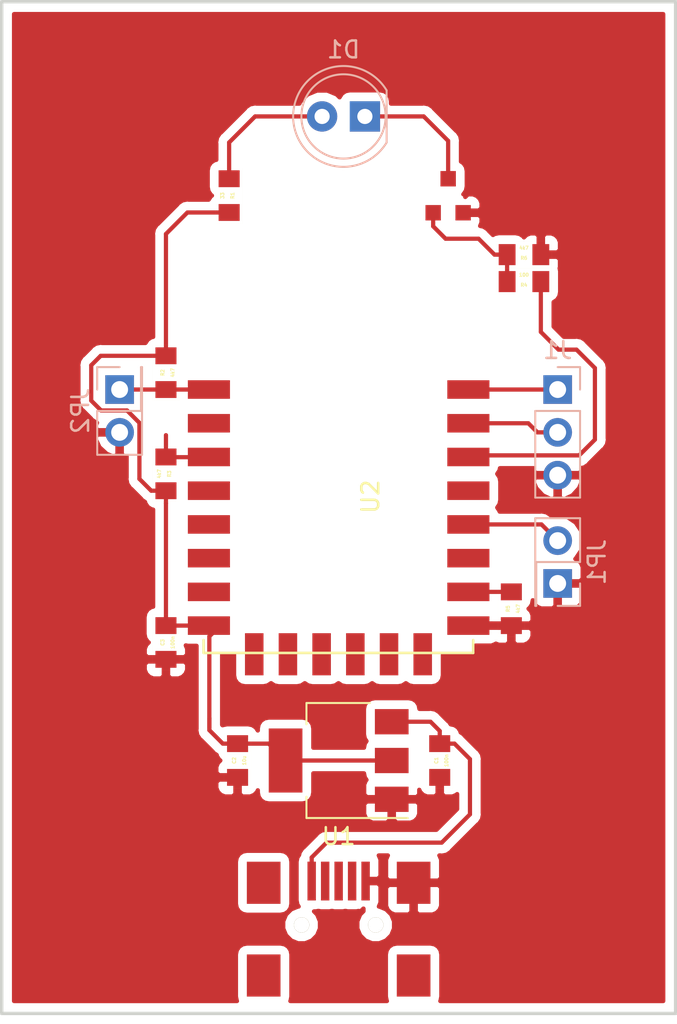
<source format=kicad_pcb>
(kicad_pcb (version 20171130) (host pcbnew "(5.0.0)")

  (general
    (thickness 1.6)
    (drawings 4)
    (tracks 77)
    (zones 0)
    (modules 17)
    (nets 30)
  )

  (page A4)
  (layers
    (0 F.Cu signal)
    (31 B.Cu signal)
    (32 B.Adhes user)
    (33 F.Adhes user)
    (34 B.Paste user)
    (35 F.Paste user)
    (36 B.SilkS user)
    (37 F.SilkS user)
    (38 B.Mask user)
    (39 F.Mask user)
    (40 Dwgs.User user)
    (41 Cmts.User user)
    (42 Eco1.User user)
    (43 Eco2.User user)
    (44 Edge.Cuts user)
    (45 Margin user)
    (46 B.CrtYd user)
    (47 F.CrtYd user)
    (48 B.Fab user)
    (49 F.Fab user)
  )

  (setup
    (last_trace_width 0.25)
    (trace_clearance 0.2)
    (zone_clearance 0.508)
    (zone_45_only no)
    (trace_min 0.2)
    (segment_width 0.2)
    (edge_width 0.2)
    (via_size 0.8)
    (via_drill 0.4)
    (via_min_size 0.4)
    (via_min_drill 0.3)
    (uvia_size 0.3)
    (uvia_drill 0.1)
    (uvias_allowed no)
    (uvia_min_size 0.2)
    (uvia_min_drill 0.1)
    (pcb_text_width 0.3)
    (pcb_text_size 1.5 1.5)
    (mod_edge_width 0.15)
    (mod_text_size 1 1)
    (mod_text_width 0.15)
    (pad_size 1.5 1.5)
    (pad_drill 0.6)
    (pad_to_mask_clearance 0)
    (aux_axis_origin 0 0)
    (visible_elements FFFFFF7F)
    (pcbplotparams
      (layerselection 0x010f0_ffffffff)
      (usegerberextensions false)
      (usegerberattributes false)
      (usegerberadvancedattributes false)
      (creategerberjobfile false)
      (excludeedgelayer false)
      (linewidth 0.100000)
      (plotframeref false)
      (viasonmask false)
      (mode 1)
      (useauxorigin false)
      (hpglpennumber 1)
      (hpglpenspeed 20)
      (hpglpendiameter 15.000000)
      (psnegative false)
      (psa4output false)
      (plotreference true)
      (plotvalue true)
      (plotinvisibletext false)
      (padsonsilk true)
      (subtractmaskfromsilk false)
      (outputformat 1)
      (mirror false)
      (drillshape 0)
      (scaleselection 1)
      (outputdirectory "../Gerbers/"))
  )

  (net 0 "")
  (net 1 GNDD)
  (net 2 +5V)
  (net 3 +3V3)
  (net 4 "Net-(J1-Pad1)")
  (net 5 "Net-(J1-Pad2)")
  (net 6 "Net-(JP1-Pad2)")
  (net 7 "Net-(D1-Pad1)")
  (net 8 "Net-(D1-Pad2)")
  (net 9 "Net-(R3-Pad2)")
  (net 10 "Net-(R4-Pad2)")
  (net 11 "Net-(R5-Pad1)")
  (net 12 "Net-(U2-Pad2)")
  (net 13 "Net-(U2-Pad4)")
  (net 14 "Net-(U2-Pad5)")
  (net 15 "Net-(U2-Pad6)")
  (net 16 "Net-(U2-Pad7)")
  (net 17 "Net-(U2-Pad11)")
  (net 18 "Net-(U2-Pad13)")
  (net 19 "Net-(U2-Pad17)")
  (net 20 "Net-(U2-Pad18)")
  (net 21 "Net-(U2-Pad19)")
  (net 22 "Net-(U2-Pad20)")
  (net 23 "Net-(U2-Pad21)")
  (net 24 "Net-(U2-Pad22)")
  (net 25 "Net-(J2-Pad4)")
  (net 26 "Net-(J2-Pad3)")
  (net 27 "Net-(J2-Pad2)")
  (net 28 "Net-(JP2-Pad1)")
  (net 29 "Net-(Q1-Pad1)")

  (net_class Default "To jest domyślna klasa połączeń."
    (clearance 0.2)
    (trace_width 0.25)
    (via_dia 0.8)
    (via_drill 0.4)
    (uvia_dia 0.3)
    (uvia_drill 0.1)
    (add_net +3V3)
    (add_net +5V)
    (add_net GNDD)
    (add_net "Net-(D1-Pad1)")
    (add_net "Net-(D1-Pad2)")
    (add_net "Net-(J1-Pad1)")
    (add_net "Net-(J1-Pad2)")
    (add_net "Net-(J2-Pad2)")
    (add_net "Net-(J2-Pad3)")
    (add_net "Net-(J2-Pad4)")
    (add_net "Net-(JP1-Pad2)")
    (add_net "Net-(JP2-Pad1)")
    (add_net "Net-(Q1-Pad1)")
    (add_net "Net-(R3-Pad2)")
    (add_net "Net-(R4-Pad2)")
    (add_net "Net-(R5-Pad1)")
    (add_net "Net-(U2-Pad11)")
    (add_net "Net-(U2-Pad13)")
    (add_net "Net-(U2-Pad17)")
    (add_net "Net-(U2-Pad18)")
    (add_net "Net-(U2-Pad19)")
    (add_net "Net-(U2-Pad2)")
    (add_net "Net-(U2-Pad20)")
    (add_net "Net-(U2-Pad21)")
    (add_net "Net-(U2-Pad22)")
    (add_net "Net-(U2-Pad4)")
    (add_net "Net-(U2-Pad5)")
    (add_net "Net-(U2-Pad6)")
    (add_net "Net-(U2-Pad7)")
  )

  (module ESP8266:ESP-12E_SMD (layer F.Cu) (tedit 58FB7FFE) (tstamp 5FA46DCE)
    (at 38 53)
    (descr "Module, ESP-8266, ESP-12, 16 pad, SMD")
    (tags "Module ESP-8266 ESP8266")
    (path /5FA48E33)
    (fp_text reference U2 (at 8.89 6.35 90) (layer F.SilkS)
      (effects (font (size 1 1) (thickness 0.15)))
    )
    (fp_text value ESP-12E (at 5.08 6.35 90) (layer F.Fab) hide
      (effects (font (size 1 1) (thickness 0.15)))
    )
    (fp_line (start -2.25 -0.5) (end -2.25 -8.75) (layer F.CrtYd) (width 0.05))
    (fp_line (start -2.25 -8.75) (end 15.25 -8.75) (layer F.CrtYd) (width 0.05))
    (fp_line (start 15.25 -8.75) (end 16.25 -8.75) (layer F.CrtYd) (width 0.05))
    (fp_line (start 16.25 -8.75) (end 16.25 16) (layer F.CrtYd) (width 0.05))
    (fp_line (start 16.25 16) (end -2.25 16) (layer F.CrtYd) (width 0.05))
    (fp_line (start -2.25 16) (end -2.25 -0.5) (layer F.CrtYd) (width 0.05))
    (fp_line (start -1.016 -8.382) (end 14.986 -8.382) (layer F.CrtYd) (width 0.1524))
    (fp_line (start 14.986 -8.382) (end 14.986 -0.889) (layer F.CrtYd) (width 0.1524))
    (fp_line (start -1.016 -8.382) (end -1.016 -1.016) (layer F.CrtYd) (width 0.1524))
    (fp_line (start -1.016 14.859) (end -1.016 15.621) (layer F.SilkS) (width 0.1524))
    (fp_line (start -1.016 15.621) (end 14.986 15.621) (layer F.SilkS) (width 0.1524))
    (fp_line (start 14.986 15.621) (end 14.986 14.859) (layer F.SilkS) (width 0.1524))
    (fp_line (start 14.992 -8.4) (end -1.008 -2.6) (layer F.CrtYd) (width 0.1524))
    (fp_line (start -1.008 -8.4) (end 14.992 -2.6) (layer F.CrtYd) (width 0.1524))
    (fp_text user "No Copper" (at 6.892 -5.4) (layer F.CrtYd)
      (effects (font (size 1 1) (thickness 0.15)))
    )
    (fp_line (start -1.008 -2.6) (end 14.992 -2.6) (layer F.CrtYd) (width 0.1524))
    (fp_line (start 15 -8.4) (end 15 15.6) (layer F.Fab) (width 0.05))
    (fp_line (start 14.992 15.6) (end -1.008 15.6) (layer F.Fab) (width 0.05))
    (fp_line (start -1.008 15.6) (end -1.008 -8.4) (layer F.Fab) (width 0.05))
    (fp_line (start -1.008 -8.4) (end 14.992 -8.4) (layer F.Fab) (width 0.05))
    (pad 1 smd rect (at 0 0) (size 2.5 1.1) (drill (offset -0.7 0)) (layers F.Cu F.Paste F.Mask)
      (net 28 "Net-(JP2-Pad1)"))
    (pad 2 smd rect (at 0 2) (size 2.5 1.1) (drill (offset -0.7 0)) (layers F.Cu F.Paste F.Mask)
      (net 12 "Net-(U2-Pad2)"))
    (pad 3 smd rect (at 0 4) (size 2.5 1.1) (drill (offset -0.7 0)) (layers F.Cu F.Paste F.Mask)
      (net 9 "Net-(R3-Pad2)"))
    (pad 4 smd rect (at 0 6) (size 2.5 1.1) (drill (offset -0.7 0)) (layers F.Cu F.Paste F.Mask)
      (net 13 "Net-(U2-Pad4)"))
    (pad 5 smd rect (at 0 8) (size 2.5 1.1) (drill (offset -0.7 0)) (layers F.Cu F.Paste F.Mask)
      (net 14 "Net-(U2-Pad5)"))
    (pad 6 smd rect (at 0 10) (size 2.5 1.1) (drill (offset -0.7 0)) (layers F.Cu F.Paste F.Mask)
      (net 15 "Net-(U2-Pad6)"))
    (pad 7 smd rect (at 0 12) (size 2.5 1.1) (drill (offset -0.7 0)) (layers F.Cu F.Paste F.Mask)
      (net 16 "Net-(U2-Pad7)"))
    (pad 8 smd rect (at 0 14) (size 2.5 1.1) (drill (offset -0.7 0)) (layers F.Cu F.Paste F.Mask)
      (net 3 +3V3))
    (pad 9 smd rect (at 14 14) (size 2.5 1.1) (drill (offset 0.7 0)) (layers F.Cu F.Paste F.Mask)
      (net 1 GNDD))
    (pad 10 smd rect (at 14 12) (size 2.5 1.1) (drill (offset 0.7 0)) (layers F.Cu F.Paste F.Mask)
      (net 11 "Net-(R5-Pad1)"))
    (pad 11 smd rect (at 14 10) (size 2.5 1.1) (drill (offset 0.7 0)) (layers F.Cu F.Paste F.Mask)
      (net 17 "Net-(U2-Pad11)"))
    (pad 12 smd rect (at 14 8) (size 2.5 1.1) (drill (offset 0.7 0)) (layers F.Cu F.Paste F.Mask)
      (net 6 "Net-(JP1-Pad2)"))
    (pad 13 smd rect (at 14 6) (size 2.5 1.1) (drill (offset 0.7 0)) (layers F.Cu F.Paste F.Mask)
      (net 18 "Net-(U2-Pad13)"))
    (pad 14 smd rect (at 14 4) (size 2.5 1.1) (drill (offset 0.7 0)) (layers F.Cu F.Paste F.Mask)
      (net 10 "Net-(R4-Pad2)"))
    (pad 15 smd rect (at 14 2) (size 2.5 1.1) (drill (offset 0.7 0)) (layers F.Cu F.Paste F.Mask)
      (net 5 "Net-(J1-Pad2)"))
    (pad 16 smd rect (at 14 0) (size 2.5 1.1) (drill (offset 0.7 0)) (layers F.Cu F.Paste F.Mask)
      (net 4 "Net-(J1-Pad1)"))
    (pad 17 smd rect (at 1.99 15 90) (size 2.5 1.1) (drill (offset -0.7 0)) (layers F.Cu F.Paste F.Mask)
      (net 19 "Net-(U2-Pad17)"))
    (pad 18 smd rect (at 3.99 15 90) (size 2.5 1.1) (drill (offset -0.7 0)) (layers F.Cu F.Paste F.Mask)
      (net 20 "Net-(U2-Pad18)"))
    (pad 19 smd rect (at 5.99 15 90) (size 2.5 1.1) (drill (offset -0.7 0)) (layers F.Cu F.Paste F.Mask)
      (net 21 "Net-(U2-Pad19)"))
    (pad 20 smd rect (at 7.99 15 90) (size 2.5 1.1) (drill (offset -0.7 0)) (layers F.Cu F.Paste F.Mask)
      (net 22 "Net-(U2-Pad20)"))
    (pad 21 smd rect (at 9.99 15 90) (size 2.5 1.1) (drill (offset -0.7 0)) (layers F.Cu F.Paste F.Mask)
      (net 23 "Net-(U2-Pad21)"))
    (pad 22 smd rect (at 11.99 15 90) (size 2.5 1.1) (drill (offset -0.7 0)) (layers F.Cu F.Paste F.Mask)
      (net 24 "Net-(U2-Pad22)"))
    (model ${ESPLIB}/ESP8266.3dshapes/ESP-12.wrl
      (at (xyz 0 0 0))
      (scale (xyz 0.3937 0.3937 0.3937))
      (rotate (xyz 0 0 0))
    )
  )

  (module kicad-libraries-master:0805 (layer F.Cu) (tedit 53F70A21) (tstamp 5FA44EF6)
    (at 51 75 270)
    (path /5FA48E50)
    (attr smd)
    (fp_text reference C1 (at 0 0.2 270) (layer F.SilkS)
      (effects (font (size 0.2 0.2) (thickness 0.05)))
    )
    (fp_text value 100n (at 0 -0.4 270) (layer F.SilkS)
      (effects (font (size 0.2 0.2) (thickness 0.05)))
    )
    (fp_line (start 1.651 -0.8001) (end -1.651 -0.8001) (layer F.SilkS) (width 0.001))
    (fp_line (start 1.651 0.8001) (end 1.651 -0.8001) (layer F.SilkS) (width 0.001))
    (fp_line (start -1.651 0.8001) (end 1.651 0.8001) (layer F.SilkS) (width 0.001))
    (fp_line (start -1.651 -0.8001) (end -1.651 0.8001) (layer F.SilkS) (width 0.001))
    (pad 2 smd rect (at 1.00076 0 270) (size 1.00076 1.24968) (layers F.Cu F.Paste F.Mask)
      (net 1 GNDD) (clearance 0.14986))
    (pad 1 smd rect (at -1.00076 0 270) (size 1.00076 1.24968) (layers F.Cu F.Paste F.Mask)
      (net 2 +5V) (clearance 0.14986))
  )

  (module kicad-libraries-master:0805 (layer F.Cu) (tedit 53F70A21) (tstamp 5FA44F00)
    (at 39 75 270)
    (path /5FA48E57)
    (attr smd)
    (fp_text reference C2 (at 0 0.2 270) (layer F.SilkS)
      (effects (font (size 0.2 0.2) (thickness 0.05)))
    )
    (fp_text value 10u (at 0 -0.4 270) (layer F.SilkS)
      (effects (font (size 0.2 0.2) (thickness 0.05)))
    )
    (fp_line (start -1.651 -0.8001) (end -1.651 0.8001) (layer F.SilkS) (width 0.001))
    (fp_line (start -1.651 0.8001) (end 1.651 0.8001) (layer F.SilkS) (width 0.001))
    (fp_line (start 1.651 0.8001) (end 1.651 -0.8001) (layer F.SilkS) (width 0.001))
    (fp_line (start 1.651 -0.8001) (end -1.651 -0.8001) (layer F.SilkS) (width 0.001))
    (pad 1 smd rect (at -1.00076 0 270) (size 1.00076 1.24968) (layers F.Cu F.Paste F.Mask)
      (net 3 +3V3) (clearance 0.14986))
    (pad 2 smd rect (at 1.00076 0 270) (size 1.00076 1.24968) (layers F.Cu F.Paste F.Mask)
      (net 1 GNDD) (clearance 0.14986))
  )

  (module kicad-libraries-master:0805 (layer F.Cu) (tedit 53F70A21) (tstamp 5FA48115)
    (at 34.75 68 270)
    (path /5FA48E5E)
    (attr smd)
    (fp_text reference C3 (at 0 0.2 270) (layer F.SilkS)
      (effects (font (size 0.2 0.2) (thickness 0.05)))
    )
    (fp_text value 100n (at 0 -0.4 270) (layer F.SilkS)
      (effects (font (size 0.2 0.2) (thickness 0.05)))
    )
    (fp_line (start 1.651 -0.8001) (end -1.651 -0.8001) (layer F.SilkS) (width 0.001))
    (fp_line (start 1.651 0.8001) (end 1.651 -0.8001) (layer F.SilkS) (width 0.001))
    (fp_line (start -1.651 0.8001) (end 1.651 0.8001) (layer F.SilkS) (width 0.001))
    (fp_line (start -1.651 -0.8001) (end -1.651 0.8001) (layer F.SilkS) (width 0.001))
    (pad 2 smd rect (at 1.00076 0 270) (size 1.00076 1.24968) (layers F.Cu F.Paste F.Mask)
      (net 1 GNDD) (clearance 0.14986))
    (pad 1 smd rect (at -1.00076 0 270) (size 1.00076 1.24968) (layers F.Cu F.Paste F.Mask)
      (net 3 +3V3) (clearance 0.14986))
  )

  (module kicad-libraries-master:0805 (layer F.Cu) (tedit 53F70A21) (tstamp 5FA44F65)
    (at 38.5 41.5 90)
    (path /5FA6F546)
    (attr smd)
    (fp_text reference R1 (at 0 0.2 90) (layer F.SilkS)
      (effects (font (size 0.2 0.2) (thickness 0.05)))
    )
    (fp_text value 33 (at 0 -0.4 90) (layer F.SilkS)
      (effects (font (size 0.2 0.2) (thickness 0.05)))
    )
    (fp_line (start -1.651 -0.8001) (end -1.651 0.8001) (layer F.SilkS) (width 0.001))
    (fp_line (start -1.651 0.8001) (end 1.651 0.8001) (layer F.SilkS) (width 0.001))
    (fp_line (start 1.651 0.8001) (end 1.651 -0.8001) (layer F.SilkS) (width 0.001))
    (fp_line (start 1.651 -0.8001) (end -1.651 -0.8001) (layer F.SilkS) (width 0.001))
    (pad 1 smd rect (at -1.00076 0 90) (size 1.00076 1.24968) (layers F.Cu F.Paste F.Mask)
      (net 3 +3V3) (clearance 0.14986))
    (pad 2 smd rect (at 1.00076 0 90) (size 1.00076 1.24968) (layers F.Cu F.Paste F.Mask)
      (net 8 "Net-(D1-Pad2)") (clearance 0.14986))
  )

  (module kicad-libraries-master:0805 (layer F.Cu) (tedit 53F70A21) (tstamp 5FA461C5)
    (at 34.75 52 270)
    (path /5FA48E48)
    (attr smd)
    (fp_text reference R2 (at 0 0.2 270) (layer F.SilkS)
      (effects (font (size 0.2 0.2) (thickness 0.05)))
    )
    (fp_text value 4k7 (at 0 -0.4 270) (layer F.SilkS)
      (effects (font (size 0.2 0.2) (thickness 0.05)))
    )
    (fp_line (start -1.651 -0.8001) (end -1.651 0.8001) (layer F.SilkS) (width 0.001))
    (fp_line (start -1.651 0.8001) (end 1.651 0.8001) (layer F.SilkS) (width 0.001))
    (fp_line (start 1.651 0.8001) (end 1.651 -0.8001) (layer F.SilkS) (width 0.001))
    (fp_line (start 1.651 -0.8001) (end -1.651 -0.8001) (layer F.SilkS) (width 0.001))
    (pad 1 smd rect (at -1.00076 0 270) (size 1.00076 1.24968) (layers F.Cu F.Paste F.Mask)
      (net 3 +3V3) (clearance 0.14986))
    (pad 2 smd rect (at 1.00076 0 270) (size 1.00076 1.24968) (layers F.Cu F.Paste F.Mask)
      (net 28 "Net-(JP2-Pad1)") (clearance 0.14986))
  )

  (module kicad-libraries-master:0805 (layer F.Cu) (tedit 53F70A21) (tstamp 5FA44F79)
    (at 34.75 58 90)
    (path /5FA48EEA)
    (attr smd)
    (fp_text reference R3 (at 0 0.2 90) (layer F.SilkS)
      (effects (font (size 0.2 0.2) (thickness 0.05)))
    )
    (fp_text value 4k7 (at 0 -0.4 90) (layer F.SilkS)
      (effects (font (size 0.2 0.2) (thickness 0.05)))
    )
    (fp_line (start 1.651 -0.8001) (end -1.651 -0.8001) (layer F.SilkS) (width 0.001))
    (fp_line (start 1.651 0.8001) (end 1.651 -0.8001) (layer F.SilkS) (width 0.001))
    (fp_line (start -1.651 0.8001) (end 1.651 0.8001) (layer F.SilkS) (width 0.001))
    (fp_line (start -1.651 -0.8001) (end -1.651 0.8001) (layer F.SilkS) (width 0.001))
    (pad 2 smd rect (at 1.00076 0 90) (size 1.00076 1.24968) (layers F.Cu F.Paste F.Mask)
      (net 9 "Net-(R3-Pad2)") (clearance 0.14986))
    (pad 1 smd rect (at -1.00076 0 90) (size 1.00076 1.24968) (layers F.Cu F.Paste F.Mask)
      (net 3 +3V3) (clearance 0.14986))
  )

  (module kicad-libraries-master:0805 (layer F.Cu) (tedit 53F70A21) (tstamp 5FA476B3)
    (at 56 46.6)
    (path /5FA6F5DA)
    (attr smd)
    (fp_text reference R4 (at 0 0.2) (layer F.SilkS)
      (effects (font (size 0.2 0.2) (thickness 0.05)))
    )
    (fp_text value 100 (at 0 -0.4) (layer F.SilkS)
      (effects (font (size 0.2 0.2) (thickness 0.05)))
    )
    (fp_line (start 1.651 -0.8001) (end -1.651 -0.8001) (layer F.SilkS) (width 0.001))
    (fp_line (start 1.651 0.8001) (end 1.651 -0.8001) (layer F.SilkS) (width 0.001))
    (fp_line (start -1.651 0.8001) (end 1.651 0.8001) (layer F.SilkS) (width 0.001))
    (fp_line (start -1.651 -0.8001) (end -1.651 0.8001) (layer F.SilkS) (width 0.001))
    (pad 2 smd rect (at 1.00076 0) (size 1.00076 1.24968) (layers F.Cu F.Paste F.Mask)
      (net 10 "Net-(R4-Pad2)") (clearance 0.14986))
    (pad 1 smd rect (at -1.00076 0) (size 1.00076 1.24968) (layers F.Cu F.Paste F.Mask)
      (net 29 "Net-(Q1-Pad1)") (clearance 0.14986))
  )

  (module kicad-libraries-master:0805 (layer F.Cu) (tedit 53F70A21) (tstamp 5FA47A99)
    (at 55.25 66 270)
    (path /5FA48ED5)
    (attr smd)
    (fp_text reference R5 (at 0 0.2 270) (layer F.SilkS)
      (effects (font (size 0.2 0.2) (thickness 0.05)))
    )
    (fp_text value 4k7 (at 0 -0.4 270) (layer F.SilkS)
      (effects (font (size 0.2 0.2) (thickness 0.05)))
    )
    (fp_line (start -1.651 -0.8001) (end -1.651 0.8001) (layer F.SilkS) (width 0.001))
    (fp_line (start -1.651 0.8001) (end 1.651 0.8001) (layer F.SilkS) (width 0.001))
    (fp_line (start 1.651 0.8001) (end 1.651 -0.8001) (layer F.SilkS) (width 0.001))
    (fp_line (start 1.651 -0.8001) (end -1.651 -0.8001) (layer F.SilkS) (width 0.001))
    (pad 1 smd rect (at -1.00076 0 270) (size 1.00076 1.24968) (layers F.Cu F.Paste F.Mask)
      (net 11 "Net-(R5-Pad1)") (clearance 0.14986))
    (pad 2 smd rect (at 1.00076 0 270) (size 1.00076 1.24968) (layers F.Cu F.Paste F.Mask)
      (net 1 GNDD) (clearance 0.14986))
  )

  (module kicad-libraries-master:0805 (layer F.Cu) (tedit 53F70A21) (tstamp 5FA4765B)
    (at 56 45)
    (path /5FA6F66E)
    (attr smd)
    (fp_text reference R6 (at 0 0.2) (layer F.SilkS)
      (effects (font (size 0.2 0.2) (thickness 0.05)))
    )
    (fp_text value 4k7 (at 0 -0.4) (layer F.SilkS)
      (effects (font (size 0.2 0.2) (thickness 0.05)))
    )
    (fp_line (start -1.651 -0.8001) (end -1.651 0.8001) (layer F.SilkS) (width 0.001))
    (fp_line (start -1.651 0.8001) (end 1.651 0.8001) (layer F.SilkS) (width 0.001))
    (fp_line (start 1.651 0.8001) (end 1.651 -0.8001) (layer F.SilkS) (width 0.001))
    (fp_line (start 1.651 -0.8001) (end -1.651 -0.8001) (layer F.SilkS) (width 0.001))
    (pad 1 smd rect (at -1.00076 0) (size 1.00076 1.24968) (layers F.Cu F.Paste F.Mask)
      (net 29 "Net-(Q1-Pad1)") (clearance 0.14986))
    (pad 2 smd rect (at 1.00076 0) (size 1.00076 1.24968) (layers F.Cu F.Paste F.Mask)
      (net 1 GNDD) (clearance 0.14986))
  )

  (module Package_TO_SOT_SMD:SOT-223-3_TabPin2 (layer F.Cu) (tedit 5A02FF57) (tstamp 5FA47024)
    (at 45 75 180)
    (descr "module CMS SOT223 4 pins")
    (tags "CMS SOT")
    (path /5FA48EF8)
    (attr smd)
    (fp_text reference U1 (at 0 -4.5 180) (layer F.SilkS)
      (effects (font (size 1 1) (thickness 0.15)))
    )
    (fp_text value LD1117-3.3 (at 0 4.5 180) (layer F.Fab)
      (effects (font (size 1 1) (thickness 0.15)))
    )
    (fp_text user %R (at 0 0 270) (layer F.Fab)
      (effects (font (size 0.8 0.8) (thickness 0.12)))
    )
    (fp_line (start 1.91 3.41) (end 1.91 2.15) (layer F.SilkS) (width 0.12))
    (fp_line (start 1.91 -3.41) (end 1.91 -2.15) (layer F.SilkS) (width 0.12))
    (fp_line (start 4.4 -3.6) (end -4.4 -3.6) (layer F.CrtYd) (width 0.05))
    (fp_line (start 4.4 3.6) (end 4.4 -3.6) (layer F.CrtYd) (width 0.05))
    (fp_line (start -4.4 3.6) (end 4.4 3.6) (layer F.CrtYd) (width 0.05))
    (fp_line (start -4.4 -3.6) (end -4.4 3.6) (layer F.CrtYd) (width 0.05))
    (fp_line (start -1.85 -2.35) (end -0.85 -3.35) (layer F.Fab) (width 0.1))
    (fp_line (start -1.85 -2.35) (end -1.85 3.35) (layer F.Fab) (width 0.1))
    (fp_line (start -1.85 3.41) (end 1.91 3.41) (layer F.SilkS) (width 0.12))
    (fp_line (start -0.85 -3.35) (end 1.85 -3.35) (layer F.Fab) (width 0.1))
    (fp_line (start -4.1 -3.41) (end 1.91 -3.41) (layer F.SilkS) (width 0.12))
    (fp_line (start -1.85 3.35) (end 1.85 3.35) (layer F.Fab) (width 0.1))
    (fp_line (start 1.85 -3.35) (end 1.85 3.35) (layer F.Fab) (width 0.1))
    (pad 2 smd rect (at 3.15 0 180) (size 2 3.8) (layers F.Cu F.Paste F.Mask)
      (net 3 +3V3))
    (pad 2 smd rect (at -3.15 0 180) (size 2 1.5) (layers F.Cu F.Paste F.Mask)
      (net 3 +3V3))
    (pad 3 smd rect (at -3.15 2.3 180) (size 2 1.5) (layers F.Cu F.Paste F.Mask)
      (net 2 +5V))
    (pad 1 smd rect (at -3.15 -2.3 180) (size 2 1.5) (layers F.Cu F.Paste F.Mask)
      (net 1 GNDD))
    (model ${KISYS3DMOD}/Package_TO_SOT_SMD.3dshapes/SOT-223.wrl
      (at (xyz 0 0 0))
      (scale (xyz 1 1 1))
      (rotate (xyz 0 0 0))
    )
  )

  (module LED_THT:LED_D5.0mm (layer B.Cu) (tedit 5995936A) (tstamp 5FA46039)
    (at 46.5582 36.8046 180)
    (descr "LED, diameter 5.0mm, 2 pins, http://cdn-reichelt.de/documents/datenblatt/A500/LL-504BC2E-009.pdf")
    (tags "LED diameter 5.0mm 2 pins")
    (path /5FA4EF51)
    (fp_text reference D1 (at 1.27 3.96 180) (layer B.SilkS)
      (effects (font (size 1 1) (thickness 0.15)) (justify mirror))
    )
    (fp_text value LED (at 1.27 -3.96 180) (layer B.Fab)
      (effects (font (size 1 1) (thickness 0.15)) (justify mirror))
    )
    (fp_arc (start 1.27 0) (end -1.23 1.469694) (angle -299.1) (layer B.Fab) (width 0.1))
    (fp_arc (start 1.27 0) (end -1.29 1.54483) (angle -148.9) (layer B.SilkS) (width 0.12))
    (fp_arc (start 1.27 0) (end -1.29 -1.54483) (angle 148.9) (layer B.SilkS) (width 0.12))
    (fp_circle (center 1.27 0) (end 3.77 0) (layer B.Fab) (width 0.1))
    (fp_circle (center 1.27 0) (end 3.77 0) (layer B.SilkS) (width 0.12))
    (fp_line (start -1.23 1.469694) (end -1.23 -1.469694) (layer B.Fab) (width 0.1))
    (fp_line (start -1.29 1.545) (end -1.29 -1.545) (layer B.SilkS) (width 0.12))
    (fp_line (start -1.95 3.25) (end -1.95 -3.25) (layer B.CrtYd) (width 0.05))
    (fp_line (start -1.95 -3.25) (end 4.5 -3.25) (layer B.CrtYd) (width 0.05))
    (fp_line (start 4.5 -3.25) (end 4.5 3.25) (layer B.CrtYd) (width 0.05))
    (fp_line (start 4.5 3.25) (end -1.95 3.25) (layer B.CrtYd) (width 0.05))
    (fp_text user %R (at 1.25 0) (layer B.Fab)
      (effects (font (size 0.8 0.8) (thickness 0.2)) (justify mirror))
    )
    (pad 1 thru_hole rect (at 0 0 180) (size 1.8 1.8) (drill 0.9) (layers *.Cu *.Mask)
      (net 7 "Net-(D1-Pad1)"))
    (pad 2 thru_hole circle (at 2.54 0 180) (size 1.8 1.8) (drill 0.9) (layers *.Cu *.Mask)
      (net 8 "Net-(D1-Pad2)"))
    (model ${KISYS3DMOD}/LED_THT.3dshapes/LED_D5.0mm.wrl
      (at (xyz 0 0 0))
      (scale (xyz 1 1 1))
      (rotate (xyz 0 0 0))
    )
  )

  (module kicad-libraries-master:USB-MINI-B-SMD (layer F.Cu) (tedit 58F767D5) (tstamp 5FA46FD5)
    (at 45 90 180)
    (path /5FA4F051)
    (attr smd)
    (fp_text reference J2 (at -0.0891 2.275 180) (layer F.Fab)
      (effects (font (size 0.29972 0.29972) (thickness 0.07493)))
    )
    (fp_text value USB_B_Mini (at -0.0891 4.075 180) (layer F.Fab)
      (effects (font (size 0.29972 0.29972) (thickness 0.07493)))
    )
    (fp_line (start -3.85064 -0.65024) (end 3.85064 -0.65024) (layer F.Fab) (width 0.001))
    (fp_line (start 3.85064 -0.65024) (end 3.85064 8.54964) (layer F.Fab) (width 0.001))
    (fp_line (start 3.85064 8.54964) (end -3.85064 8.54964) (layer F.Fab) (width 0.001))
    (fp_line (start -3.85064 8.54964) (end -3.85064 -0.65024) (layer F.Fab) (width 0.001))
    (pad "" smd rect (at 4.45008 2.25044 180) (size 1.99898 2.49936) (layers F.Cu F.Paste F.Mask)
      (clearance 0.14986))
    (pad "" smd rect (at 4.45008 7.74954 180) (size 1.99898 2.49936) (layers F.Cu F.Paste F.Mask))
    (pad 6 smd rect (at -4.45008 7.74954 180) (size 1.99898 2.49936) (layers F.Cu F.Paste F.Mask)
      (net 1 GNDD))
    (pad "" smd rect (at -4.45008 2.25044 180) (size 1.99898 2.49936) (layers F.Cu F.Paste F.Mask))
    (pad "" thru_hole circle (at 2.19964 5.25018 180) (size 0.90932 0.90932) (drill 0.89916) (layers *.Cu *.Mask F.SilkS)
      (clearance 0.14986))
    (pad "" thru_hole circle (at -2.19964 5.25018 180) (size 0.90932 0.90932) (drill 0.89916) (layers *.Cu *.Mask F.SilkS)
      (clearance 0.14986))
    (pad 5 smd rect (at -1.6002 7.85114 180) (size 0.50038 2.30124) (layers F.Cu F.Paste F.Mask)
      (net 1 GNDD) (clearance 0.14986))
    (pad 4 smd rect (at -0.8001 7.85114 180) (size 0.50038 2.30124) (layers F.Cu F.Paste F.Mask)
      (net 25 "Net-(J2-Pad4)") (clearance 0.14986))
    (pad 3 smd rect (at 0 7.85114 180) (size 0.50038 2.30124) (layers F.Cu F.Paste F.Mask)
      (net 26 "Net-(J2-Pad3)") (clearance 0.14986))
    (pad 2 smd rect (at 0.8001 7.85114 180) (size 0.50038 2.30124) (layers F.Cu F.Paste F.Mask)
      (net 27 "Net-(J2-Pad2)") (clearance 0.14986))
    (pad 1 smd rect (at 1.6002 7.85114 180) (size 0.50038 2.30124) (layers F.Cu F.Paste F.Mask)
      (net 2 +5V) (clearance 0.14986))
    (model Connectors/MiniUSB.wrl
      (offset (xyz 0 -3.809999942779541 0))
      (scale (xyz 1 1 1))
      (rotate (xyz 0 0 180))
    )
  )

  (module Connector_PinHeader_2.54mm:PinHeader_2x01_P2.54mm_Vertical (layer B.Cu) (tedit 59FED5CC) (tstamp 5FA4743B)
    (at 32 53 270)
    (descr "Through hole straight pin header, 2x01, 2.54mm pitch, double rows")
    (tags "Through hole pin header THT 2x01 2.54mm double row")
    (path /5FA7B7AF)
    (fp_text reference JP2 (at 1.27 2.33 270) (layer B.SilkS)
      (effects (font (size 1 1) (thickness 0.15)) (justify mirror))
    )
    (fp_text value RESET (at 1.27 -2.33 270) (layer B.Fab)
      (effects (font (size 1 1) (thickness 0.15)) (justify mirror))
    )
    (fp_line (start 0 1.27) (end 3.81 1.27) (layer B.Fab) (width 0.1))
    (fp_line (start 3.81 1.27) (end 3.81 -1.27) (layer B.Fab) (width 0.1))
    (fp_line (start 3.81 -1.27) (end -1.27 -1.27) (layer B.Fab) (width 0.1))
    (fp_line (start -1.27 -1.27) (end -1.27 0) (layer B.Fab) (width 0.1))
    (fp_line (start -1.27 0) (end 0 1.27) (layer B.Fab) (width 0.1))
    (fp_line (start -1.33 -1.33) (end 3.87 -1.33) (layer B.SilkS) (width 0.12))
    (fp_line (start -1.33 -1.27) (end -1.33 -1.33) (layer B.SilkS) (width 0.12))
    (fp_line (start 3.87 1.33) (end 3.87 -1.33) (layer B.SilkS) (width 0.12))
    (fp_line (start -1.33 -1.27) (end 1.27 -1.27) (layer B.SilkS) (width 0.12))
    (fp_line (start 1.27 -1.27) (end 1.27 1.33) (layer B.SilkS) (width 0.12))
    (fp_line (start 1.27 1.33) (end 3.87 1.33) (layer B.SilkS) (width 0.12))
    (fp_line (start -1.33 0) (end -1.33 1.33) (layer B.SilkS) (width 0.12))
    (fp_line (start -1.33 1.33) (end 0 1.33) (layer B.SilkS) (width 0.12))
    (fp_line (start -1.8 1.8) (end -1.8 -1.8) (layer B.CrtYd) (width 0.05))
    (fp_line (start -1.8 -1.8) (end 4.35 -1.8) (layer B.CrtYd) (width 0.05))
    (fp_line (start 4.35 -1.8) (end 4.35 1.8) (layer B.CrtYd) (width 0.05))
    (fp_line (start 4.35 1.8) (end -1.8 1.8) (layer B.CrtYd) (width 0.05))
    (fp_text user %R (at 1.27 0 180) (layer B.Fab)
      (effects (font (size 1 1) (thickness 0.15)) (justify mirror))
    )
    (pad 1 thru_hole rect (at 0 0 270) (size 1.7 1.7) (drill 1) (layers *.Cu *.Mask)
      (net 28 "Net-(JP2-Pad1)"))
    (pad 2 thru_hole oval (at 2.54 0 270) (size 1.7 1.7) (drill 1) (layers *.Cu *.Mask)
      (net 1 GNDD))
    (model ${KISYS3DMOD}/Connector_PinHeader_2.54mm.3dshapes/PinHeader_2x01_P2.54mm_Vertical.wrl
      (at (xyz 0 0 0))
      (scale (xyz 1 1 1))
      (rotate (xyz 0 0 0))
    )
  )

  (module Connector_PinHeader_2.54mm:PinHeader_2x01_P2.54mm_Vertical (layer B.Cu) (tedit 59FED5CC) (tstamp 5FA478D1)
    (at 58 64.5 90)
    (descr "Through hole straight pin header, 2x01, 2.54mm pitch, double rows")
    (tags "Through hole pin header THT 2x01 2.54mm double row")
    (path /5FA48E41)
    (fp_text reference JP1 (at 1.27 2.33 90) (layer B.SilkS)
      (effects (font (size 1 1) (thickness 0.15)) (justify mirror))
    )
    (fp_text value Program (at 1.27 -2.33 90) (layer B.Fab)
      (effects (font (size 1 1) (thickness 0.15)) (justify mirror))
    )
    (fp_line (start 0 1.27) (end 3.81 1.27) (layer B.Fab) (width 0.1))
    (fp_line (start 3.81 1.27) (end 3.81 -1.27) (layer B.Fab) (width 0.1))
    (fp_line (start 3.81 -1.27) (end -1.27 -1.27) (layer B.Fab) (width 0.1))
    (fp_line (start -1.27 -1.27) (end -1.27 0) (layer B.Fab) (width 0.1))
    (fp_line (start -1.27 0) (end 0 1.27) (layer B.Fab) (width 0.1))
    (fp_line (start -1.33 -1.33) (end 3.87 -1.33) (layer B.SilkS) (width 0.12))
    (fp_line (start -1.33 -1.27) (end -1.33 -1.33) (layer B.SilkS) (width 0.12))
    (fp_line (start 3.87 1.33) (end 3.87 -1.33) (layer B.SilkS) (width 0.12))
    (fp_line (start -1.33 -1.27) (end 1.27 -1.27) (layer B.SilkS) (width 0.12))
    (fp_line (start 1.27 -1.27) (end 1.27 1.33) (layer B.SilkS) (width 0.12))
    (fp_line (start 1.27 1.33) (end 3.87 1.33) (layer B.SilkS) (width 0.12))
    (fp_line (start -1.33 0) (end -1.33 1.33) (layer B.SilkS) (width 0.12))
    (fp_line (start -1.33 1.33) (end 0 1.33) (layer B.SilkS) (width 0.12))
    (fp_line (start -1.8 1.8) (end -1.8 -1.8) (layer B.CrtYd) (width 0.05))
    (fp_line (start -1.8 -1.8) (end 4.35 -1.8) (layer B.CrtYd) (width 0.05))
    (fp_line (start 4.35 -1.8) (end 4.35 1.8) (layer B.CrtYd) (width 0.05))
    (fp_line (start 4.35 1.8) (end -1.8 1.8) (layer B.CrtYd) (width 0.05))
    (fp_text user %R (at 1.27 0) (layer B.Fab)
      (effects (font (size 1 1) (thickness 0.15)) (justify mirror))
    )
    (pad 1 thru_hole rect (at 0 0 90) (size 1.7 1.7) (drill 1) (layers *.Cu *.Mask)
      (net 1 GNDD))
    (pad 2 thru_hole oval (at 2.54 0 90) (size 1.7 1.7) (drill 1) (layers *.Cu *.Mask)
      (net 6 "Net-(JP1-Pad2)"))
    (model ${KISYS3DMOD}/Connector_PinHeader_2.54mm.3dshapes/PinHeader_2x01_P2.54mm_Vertical.wrl
      (at (xyz 0 0 0))
      (scale (xyz 1 1 1))
      (rotate (xyz 0 0 0))
    )
  )

  (module kicad-libraries-master:Pin_Header_Straight_1x03_Pitch2.54mm (layer B.Cu) (tedit 59650532) (tstamp 5FA45B17)
    (at 58 53 180)
    (descr "Through hole straight pin header, 1x03, 2.54mm pitch, single row")
    (tags "Through hole pin header THT 1x03 2.54mm single row")
    (path /5FA48F67)
    (fp_text reference J1 (at 0 2.33 180) (layer B.SilkS)
      (effects (font (size 1 1) (thickness 0.15)) (justify mirror))
    )
    (fp_text value "Tx Rx GND" (at 0 -7.41 180) (layer B.Fab)
      (effects (font (size 1 1) (thickness 0.15)) (justify mirror))
    )
    (fp_line (start -0.635 1.27) (end 1.27 1.27) (layer B.Fab) (width 0.1))
    (fp_line (start 1.27 1.27) (end 1.27 -6.35) (layer B.Fab) (width 0.1))
    (fp_line (start 1.27 -6.35) (end -1.27 -6.35) (layer B.Fab) (width 0.1))
    (fp_line (start -1.27 -6.35) (end -1.27 0.635) (layer B.Fab) (width 0.1))
    (fp_line (start -1.27 0.635) (end -0.635 1.27) (layer B.Fab) (width 0.1))
    (fp_line (start -1.33 -6.41) (end 1.33 -6.41) (layer B.SilkS) (width 0.12))
    (fp_line (start -1.33 -1.27) (end -1.33 -6.41) (layer B.SilkS) (width 0.12))
    (fp_line (start 1.33 -1.27) (end 1.33 -6.41) (layer B.SilkS) (width 0.12))
    (fp_line (start -1.33 -1.27) (end 1.33 -1.27) (layer B.SilkS) (width 0.12))
    (fp_line (start -1.33 0) (end -1.33 1.33) (layer B.SilkS) (width 0.12))
    (fp_line (start -1.33 1.33) (end 0 1.33) (layer B.SilkS) (width 0.12))
    (fp_line (start -1.8 1.8) (end -1.8 -6.85) (layer B.CrtYd) (width 0.05))
    (fp_line (start -1.8 -6.85) (end 1.8 -6.85) (layer B.CrtYd) (width 0.05))
    (fp_line (start 1.8 -6.85) (end 1.8 1.8) (layer B.CrtYd) (width 0.05))
    (fp_line (start 1.8 1.8) (end -1.8 1.8) (layer B.CrtYd) (width 0.05))
    (fp_text user %R (at 0 -2.54 90) (layer B.Fab)
      (effects (font (size 1 1) (thickness 0.15)) (justify mirror))
    )
    (pad 1 thru_hole rect (at 0 0 180) (size 1.7 1.7) (drill 1) (layers *.Cu *.Mask)
      (net 4 "Net-(J1-Pad1)"))
    (pad 2 thru_hole oval (at 0 -2.54 180) (size 1.7 1.7) (drill 1) (layers *.Cu *.Mask)
      (net 5 "Net-(J1-Pad2)"))
    (pad 3 thru_hole oval (at 0 -5.08 180) (size 1.7 1.7) (drill 1) (layers *.Cu *.Mask)
      (net 1 GNDD))
    (model ${KISYS3DMOD}/Pin_Headers.3dshapes/Pin_Header_Straight_1x03_Pitch2.54mm.wrl
      (at (xyz 0 0 0))
      (scale (xyz 1 1 1))
      (rotate (xyz 0 0 0))
    )
  )

  (module kicad-libraries-master:SOT23-3 (layer F.Cu) (tedit 5B796F7C) (tstamp 5FA489FE)
    (at 51.5 41.5 180)
    (path /5FA7E9DE)
    (fp_text reference Q1 (at 0 0.325 180) (layer F.Fab)
      (effects (font (size 0.3 0.3) (thickness 0.075)))
    )
    (fp_text value NX7002BK (at -0.65 -0.3 180) (layer F.Fab)
      (effects (font (size 0.29972 0.29972) (thickness 0.07112)))
    )
    (fp_line (start -1.50114 -0.70104) (end 1.50114 -0.70104) (layer F.Fab) (width 0.1))
    (fp_line (start -1.50114 0.70104) (end -1.50114 -0.70104) (layer F.Fab) (width 0.1))
    (fp_line (start 1.50114 0.70104) (end -1.50114 0.70104) (layer F.Fab) (width 0.1))
    (fp_line (start 1.50114 -0.70104) (end 1.50114 0.70104) (layer F.Fab) (width 0.1))
    (fp_line (start -1.3589 -1.524) (end -1.6383 -1.524) (layer F.CrtYd) (width 0.15))
    (fp_line (start -1.6383 -1.524) (end -1.6383 0.8001) (layer F.CrtYd) (width 0.15))
    (fp_line (start -1.6383 0.8001) (end -1.6383 0.8509) (layer F.CrtYd) (width 0.15))
    (fp_line (start -1.6383 0.8509) (end -0.5969 0.8509) (layer F.CrtYd) (width 0.15))
    (fp_line (start -0.5969 0.8509) (end -0.5969 1.524) (layer F.CrtYd) (width 0.15))
    (fp_line (start -0.5969 1.524) (end 0.5334 1.524) (layer F.CrtYd) (width 0.15))
    (fp_line (start 0.5334 1.524) (end 0.5334 0.8509) (layer F.CrtYd) (width 0.15))
    (fp_line (start 0.5334 0.8509) (end 1.5875 0.8509) (layer F.CrtYd) (width 0.15))
    (fp_line (start 1.5875 0.8509) (end 1.6129 0.8509) (layer F.CrtYd) (width 0.15))
    (fp_line (start 1.6129 0.8509) (end 1.6764 0.8382) (layer F.CrtYd) (width 0.15))
    (fp_line (start 1.6764 0.8382) (end 1.6764 -1.5113) (layer F.CrtYd) (width 0.15))
    (fp_line (start 1.6764 -1.5113) (end -1.3843 -1.524) (layer F.CrtYd) (width 0.15))
    (pad 3 smd rect (at 0 1.00076 180) (size 0.9144 0.9144) (layers F.Cu F.Paste F.Mask)
      (net 7 "Net-(D1-Pad1)"))
    (pad 2 smd rect (at -0.889 -1.016 180) (size 0.9144 0.9144) (layers F.Cu F.Paste F.Mask)
      (net 1 GNDD))
    (pad 1 smd rect (at 0.889 -1.016 180) (size 0.9144 0.9144) (layers F.Cu F.Paste F.Mask)
      (net 29 "Net-(Q1-Pad1)"))
    (model D:/kicad3d/TO_SOT_Packages_SMD.3dshapes/SOT-23.wrl
      (at (xyz 0 0 0))
      (scale (xyz 1 1 1))
      (rotate (xyz 0 0 90))
    )
    (model "D:/Moje/Projects/Biblioteki KiCad/kicad-libraries-master/3d/Housing_SOT_SOD/SOT-23.wrl"
      (at (xyz 0 0 0))
      (scale (xyz 1 1 1))
      (rotate (xyz 0 0 180))
    )
  )

  (gr_line (start 65 30) (end 25 30) (layer Edge.Cuts) (width 0.2))
  (gr_line (start 65 90) (end 65 30) (layer Edge.Cuts) (width 0.2))
  (gr_line (start 25 90) (end 65 90) (layer Edge.Cuts) (width 0.2))
  (gr_line (start 25 30) (end 25 90) (layer Edge.Cuts) (width 0.2))

  (segment (start 51 73.24886) (end 51 73.99924) (width 0.25) (layer F.Cu) (net 2))
  (segment (start 50.45114 72.7) (end 51 73.24886) (width 0.25) (layer F.Cu) (net 2))
  (segment (start 48.15 72.7) (end 50.45114 72.7) (width 0.25) (layer F.Cu) (net 2))
  (segment (start 51.87484 73.99924) (end 52.7939 74.9183) (width 0.25) (layer F.Cu) (net 2))
  (segment (start 51 73.99924) (end 51.87484 73.99924) (width 0.25) (layer F.Cu) (net 2))
  (segment (start 52.7939 74.9183) (end 52.7939 78.1939) (width 0.25) (layer F.Cu) (net 2))
  (segment (start 52.7939 78.1939) (end 51.1175 79.8703) (width 0.25) (layer F.Cu) (net 2))
  (segment (start 43.3998 80.74824) (end 43.3998 82.14886) (width 0.25) (layer F.Cu) (net 2))
  (segment (start 44.27774 79.8703) (end 43.3998 80.74824) (width 0.25) (layer F.Cu) (net 2))
  (segment (start 51.1175 79.8703) (end 44.27774 79.8703) (width 0.25) (layer F.Cu) (net 2))
  (segment (start 46.9 75) (end 41.85 75) (width 0.25) (layer F.Cu) (net 3))
  (segment (start 48.15 75) (end 46.9 75) (width 0.25) (layer F.Cu) (net 3))
  (segment (start 40.84924 73.99924) (end 41.85 75) (width 0.25) (layer F.Cu) (net 3))
  (segment (start 39 73.99924) (end 40.84924 73.99924) (width 0.25) (layer F.Cu) (net 3))
  (segment (start 37.3253 73.19938) (end 37.3253 72.4916) (width 0.25) (layer F.Cu) (net 3))
  (segment (start 38.12516 73.99924) (end 37.3253 73.19938) (width 0.25) (layer F.Cu) (net 3))
  (segment (start 39 73.99924) (end 38.12516 73.99924) (width 0.25) (layer F.Cu) (net 3))
  (segment (start 37.3253 73.0885) (end 37.3253 72.4916) (width 0.25) (layer F.Cu) (net 3))
  (segment (start 37.3253 72.4916) (end 37.3253 67.6402) (width 0.25) (layer F.Cu) (net 3))
  (segment (start 34.75 50.99924) (end 34.75 43.7741) (width 0.25) (layer F.Cu) (net 3))
  (segment (start 36.02334 42.50076) (end 38.5 42.50076) (width 0.25) (layer F.Cu) (net 3))
  (segment (start 34.75 43.7741) (end 36.02334 42.50076) (width 0.25) (layer F.Cu) (net 3))
  (segment (start 37.99924 66.99924) (end 34.75 66.99924) (width 0.25) (layer F.Cu) (net 3))
  (segment (start 38 67) (end 37.99924 66.99924) (width 0.25) (layer F.Cu) (net 3))
  (segment (start 37.9655 67) (end 38 67) (width 0.25) (layer F.Cu) (net 3))
  (segment (start 37.3253 67.6402) (end 37.9655 67) (width 0.25) (layer F.Cu) (net 3))
  (segment (start 34.75 59.75114) (end 34.75 66.99924) (width 0.25) (layer F.Cu) (net 3))
  (segment (start 34.75 59.00076) (end 34.75 59.75114) (width 0.25) (layer F.Cu) (net 3))
  (segment (start 52 53) (end 58 53) (width 0.25) (layer F.Cu) (net 4))
  (segment (start 56.257919 55) (end 52 55) (width 0.25) (layer F.Cu) (net 5))
  (segment (start 56.797919 55.54) (end 56.257919 55) (width 0.25) (layer F.Cu) (net 5))
  (segment (start 58 55.54) (end 56.797919 55.54) (width 0.25) (layer F.Cu) (net 5))
  (segment (start 57.04 61) (end 58 61.96) (width 0.25) (layer F.Cu) (net 6))
  (segment (start 52 61) (end 57.04 61) (width 0.25) (layer F.Cu) (net 6))
  (segment (start 52.45 42.5) (end 55.6826 42.5) (width 0.25) (layer F.Cu) (net 1))
  (segment (start 57.00076 43.81816) (end 57.00076 45) (width 0.25) (layer F.Cu) (net 1))
  (segment (start 55.6826 42.5) (end 57.00076 43.81816) (width 0.25) (layer F.Cu) (net 1))
  (segment (start 52.00076 67.00076) (end 55.25 67.00076) (width 0.25) (layer F.Cu) (net 1))
  (segment (start 52 67) (end 52.00076 67.00076) (width 0.25) (layer F.Cu) (net 1))
  (segment (start 33.175001 54.975999) (end 32.440702 54.2417) (width 0.25) (layer F.Cu) (net 3))
  (segment (start 33.175001 58.300601) (end 33.175001 54.975999) (width 0.25) (layer F.Cu) (net 3))
  (segment (start 34.75 59.00076) (end 33.87516 59.00076) (width 0.25) (layer F.Cu) (net 3))
  (segment (start 33.87516 59.00076) (end 33.175001 58.300601) (width 0.25) (layer F.Cu) (net 3))
  (segment (start 32.440702 54.2417) (end 30.8991 54.2417) (width 0.25) (layer F.Cu) (net 3))
  (segment (start 30.8991 54.2417) (end 30.3149 53.6575) (width 0.25) (layer F.Cu) (net 3))
  (segment (start 30.3149 53.6575) (end 30.3149 51.562) (width 0.25) (layer F.Cu) (net 3))
  (segment (start 30.87766 50.99924) (end 34.75 50.99924) (width 0.25) (layer F.Cu) (net 3))
  (segment (start 30.3149 51.562) (end 30.87766 50.99924) (width 0.25) (layer F.Cu) (net 3))
  (segment (start 46.5582 36.8046) (end 50.0507 36.8046) (width 0.25) (layer F.Cu) (net 7))
  (segment (start 51.5 38.2539) (end 51.5 40.5) (width 0.25) (layer F.Cu) (net 7))
  (segment (start 50.0507 36.8046) (end 51.5 38.2539) (width 0.25) (layer F.Cu) (net 7))
  (segment (start 44.0182 36.8046) (end 40.0431 36.8046) (width 0.25) (layer F.Cu) (net 8))
  (segment (start 38.5 38.3477) (end 38.5 40.49924) (width 0.25) (layer F.Cu) (net 8))
  (segment (start 40.0431 36.8046) (end 38.5 38.3477) (width 0.25) (layer F.Cu) (net 8))
  (segment (start 37.98716 57.01284) (end 34.7472 57.01284) (width 0.25) (layer F.Cu) (net 9))
  (segment (start 38 57) (end 37.98716 57.01284) (width 0.25) (layer F.Cu) (net 9))
  (segment (start 34.75 56.99924) (end 34.75 55.705) (width 0.25) (layer F.Cu) (net 9))
  (segment (start 59.274601 56.904999) (end 60.2107 55.9689) (width 0.25) (layer F.Cu) (net 10))
  (segment (start 52 57) (end 52.095001 56.904999) (width 0.25) (layer F.Cu) (net 10))
  (segment (start 52.095001 56.904999) (end 59.274601 56.904999) (width 0.25) (layer F.Cu) (net 10))
  (segment (start 60.2107 55.9689) (end 60.2107 51.7271) (width 0.25) (layer F.Cu) (net 10))
  (segment (start 60.2107 51.7271) (end 59.1185 50.6349) (width 0.25) (layer F.Cu) (net 10))
  (segment (start 57.00076 49.58396) (end 58.0517 50.6349) (width 0.25) (layer F.Cu) (net 10))
  (segment (start 57.00076 46.6) (end 57.00076 49.58396) (width 0.25) (layer F.Cu) (net 10))
  (segment (start 59.1185 50.6349) (end 58.0517 50.6349) (width 0.25) (layer F.Cu) (net 10))
  (segment (start 52.00076 64.99924) (end 55.25 64.99924) (width 0.25) (layer F.Cu) (net 11))
  (segment (start 52 65) (end 52.00076 64.99924) (width 0.25) (layer F.Cu) (net 11))
  (segment (start 34.74924 53) (end 34.75 53.00076) (width 0.25) (layer F.Cu) (net 28))
  (segment (start 32 53) (end 34.74924 53) (width 0.25) (layer F.Cu) (net 28))
  (segment (start 37.99924 53.00076) (end 34.75 53.00076) (width 0.25) (layer F.Cu) (net 28))
  (segment (start 38 53) (end 37.99924 53.00076) (width 0.25) (layer F.Cu) (net 28))
  (segment (start 54.24886 45) (end 53.30516 44.0563) (width 0.25) (layer F.Cu) (net 29))
  (segment (start 54.99924 45) (end 54.24886 45) (width 0.25) (layer F.Cu) (net 29))
  (segment (start 53.30516 44.0563) (end 51.3461 44.0563) (width 0.25) (layer F.Cu) (net 29))
  (segment (start 50.611 43.3212) (end 50.611 42.516) (width 0.25) (layer F.Cu) (net 29))
  (segment (start 51.3461 44.0563) (end 50.611 43.3212) (width 0.25) (layer F.Cu) (net 29))
  (segment (start 54.99924 45) (end 54.99924 46.6) (width 0.25) (layer F.Cu) (net 29))

  (zone (net 0) (net_name "") (layer F.Cu) (tstamp 0) (hatch edge 0.508)
    (connect_pads (clearance 0.508))
    (min_thickness 0.254)
    (keepout (tracks allowed) (vias allowed) (copperpour not_allowed))
    (fill (arc_segments 16) (thermal_gap 0.508) (thermal_bridge_width 0.508))
    (polygon
      (pts
        (xy 37.0078 68.58) (xy 52.9971 68.6181) (xy 52.9971 44.6151) (xy 36.9824 44.6024)
      )
    )
  )
  (zone (net 1) (net_name GNDD) (layer F.Cu) (tstamp 0) (hatch edge 0.508)
    (connect_pads (clearance 0.508))
    (min_thickness 0.254)
    (fill yes (arc_segments 16) (thermal_gap 0.508) (thermal_bridge_width 0.508))
    (polygon
      (pts
        (xy 25.019 30.0101) (xy 64.9986 30.0101) (xy 64.9859 90.0049) (xy 25.0063 89.9795)
      )
    )
    (filled_polygon
      (pts
        (xy 64.265 89.265) (xy 51.035703 89.265) (xy 51.047727 89.247005) (xy 51.09701 88.99924) (xy 51.09701 86.49988)
        (xy 51.047727 86.252115) (xy 50.907379 86.042071) (xy 50.697335 85.901723) (xy 50.44957 85.85244) (xy 48.45059 85.85244)
        (xy 48.202825 85.901723) (xy 47.992781 86.042071) (xy 47.852433 86.252115) (xy 47.80315 86.49988) (xy 47.80315 88.99924)
        (xy 47.852433 89.247005) (xy 47.864457 89.265) (xy 42.135543 89.265) (xy 42.147567 89.247005) (xy 42.19685 88.99924)
        (xy 42.19685 86.49988) (xy 42.147567 86.252115) (xy 42.007219 86.042071) (xy 41.797175 85.901723) (xy 41.54941 85.85244)
        (xy 39.55043 85.85244) (xy 39.302665 85.901723) (xy 39.092621 86.042071) (xy 38.952273 86.252115) (xy 38.90299 86.49988)
        (xy 38.90299 88.99924) (xy 38.952273 89.247005) (xy 38.964297 89.265) (xy 25.735 89.265) (xy 25.735 81.00078)
        (xy 38.90299 81.00078) (xy 38.90299 83.50014) (xy 38.952273 83.747905) (xy 39.092621 83.957949) (xy 39.302665 84.098297)
        (xy 39.55043 84.14758) (xy 41.54941 84.14758) (xy 41.797175 84.098297) (xy 42.007219 83.957949) (xy 42.147567 83.747905)
        (xy 42.19685 83.50014) (xy 42.19685 81.00078) (xy 42.147567 80.753015) (xy 42.007219 80.542971) (xy 41.797175 80.402623)
        (xy 41.54941 80.35334) (xy 39.55043 80.35334) (xy 39.302665 80.402623) (xy 39.092621 80.542971) (xy 38.952273 80.753015)
        (xy 38.90299 81.00078) (xy 25.735 81.00078) (xy 25.735 77.58575) (xy 46.515 77.58575) (xy 46.515 78.17631)
        (xy 46.611673 78.409699) (xy 46.790302 78.588327) (xy 47.023691 78.685) (xy 47.86425 78.685) (xy 48.023 78.52625)
        (xy 48.023 77.427) (xy 48.277 77.427) (xy 48.277 78.52625) (xy 48.43575 78.685) (xy 49.276309 78.685)
        (xy 49.509698 78.588327) (xy 49.688327 78.409699) (xy 49.785 78.17631) (xy 49.785 77.58575) (xy 49.62625 77.427)
        (xy 48.277 77.427) (xy 48.023 77.427) (xy 46.67375 77.427) (xy 46.515 77.58575) (xy 25.735 77.58575)
        (xy 25.735 76.28651) (xy 37.74016 76.28651) (xy 37.74016 76.627449) (xy 37.836833 76.860838) (xy 38.015461 77.039467)
        (xy 38.24885 77.13614) (xy 38.71425 77.13614) (xy 38.873 76.97739) (xy 38.873 76.12776) (xy 37.89891 76.12776)
        (xy 37.74016 76.28651) (xy 25.735 76.28651) (xy 25.735 69.28651) (xy 33.49016 69.28651) (xy 33.49016 69.627449)
        (xy 33.586833 69.860838) (xy 33.765461 70.039467) (xy 33.99885 70.13614) (xy 34.46425 70.13614) (xy 34.623 69.97739)
        (xy 34.623 69.12776) (xy 34.877 69.12776) (xy 34.877 69.97739) (xy 35.03575 70.13614) (xy 35.50115 70.13614)
        (xy 35.734539 70.039467) (xy 35.913167 69.860838) (xy 36.00984 69.627449) (xy 36.00984 69.28651) (xy 35.85109 69.12776)
        (xy 34.877 69.12776) (xy 34.623 69.12776) (xy 33.64891 69.12776) (xy 33.49016 69.28651) (xy 25.735 69.28651)
        (xy 25.735 55.896892) (xy 30.558514 55.896892) (xy 30.804817 56.421358) (xy 31.233076 56.811645) (xy 31.64311 56.981476)
        (xy 31.873 56.860155) (xy 31.873 55.667) (xy 30.679181 55.667) (xy 30.558514 55.896892) (xy 25.735 55.896892)
        (xy 25.735 51.562) (xy 29.540012 51.562) (xy 29.554901 51.636852) (xy 29.5549 53.582653) (xy 29.540012 53.6575)
        (xy 29.5549 53.732347) (xy 29.5549 53.732351) (xy 29.598996 53.954036) (xy 29.766971 54.205429) (xy 29.83043 54.247831)
        (xy 30.30877 54.726172) (xy 30.351171 54.789629) (xy 30.602563 54.957604) (xy 30.659132 54.968856) (xy 30.558514 55.183108)
        (xy 30.679181 55.413) (xy 31.873 55.413) (xy 31.873 55.393) (xy 32.127 55.393) (xy 32.127 55.413)
        (xy 32.147 55.413) (xy 32.147 55.667) (xy 32.127 55.667) (xy 32.127 56.860155) (xy 32.35689 56.981476)
        (xy 32.415001 56.957407) (xy 32.415001 58.225754) (xy 32.400113 58.300601) (xy 32.415001 58.375448) (xy 32.415001 58.375452)
        (xy 32.459097 58.597137) (xy 32.627072 58.84853) (xy 32.69053 58.890931) (xy 33.284832 59.485235) (xy 33.327231 59.548689)
        (xy 33.390684 59.591087) (xy 33.390686 59.591089) (xy 33.511695 59.671944) (xy 33.527003 59.748905) (xy 33.667351 59.958949)
        (xy 33.877395 60.099297) (xy 33.99 60.121695) (xy 33.990001 65.878305) (xy 33.877395 65.900703) (xy 33.667351 66.041051)
        (xy 33.527003 66.251095) (xy 33.47772 66.49886) (xy 33.47772 67.49962) (xy 33.527003 67.747385) (xy 33.667351 67.957429)
        (xy 33.728935 67.998579) (xy 33.586833 68.140682) (xy 33.49016 68.374071) (xy 33.49016 68.71501) (xy 33.64891 68.87376)
        (xy 34.623 68.87376) (xy 34.623 68.85376) (xy 34.877 68.85376) (xy 34.877 68.87376) (xy 35.85109 68.87376)
        (xy 36.00984 68.71501) (xy 36.00984 68.374071) (xy 35.926502 68.172875) (xy 36.05 68.19744) (xy 36.565301 68.19744)
        (xy 36.5653 72.416748) (xy 36.5653 73.124533) (xy 36.550412 73.19938) (xy 36.5653 73.274227) (xy 36.5653 73.274231)
        (xy 36.609396 73.495916) (xy 36.777371 73.747309) (xy 36.84083 73.789711) (xy 37.53483 74.483712) (xy 37.577231 74.547169)
        (xy 37.761695 74.670424) (xy 37.777003 74.747385) (xy 37.917351 74.957429) (xy 37.978935 74.998579) (xy 37.836833 75.140682)
        (xy 37.74016 75.374071) (xy 37.74016 75.71501) (xy 37.89891 75.87376) (xy 38.873 75.87376) (xy 38.873 75.85376)
        (xy 39.127 75.85376) (xy 39.127 75.87376) (xy 39.147 75.87376) (xy 39.147 76.12776) (xy 39.127 76.12776)
        (xy 39.127 76.97739) (xy 39.28575 77.13614) (xy 39.75115 77.13614) (xy 39.984539 77.039467) (xy 40.163167 76.860838)
        (xy 40.20256 76.765735) (xy 40.20256 76.9) (xy 40.251843 77.147765) (xy 40.392191 77.357809) (xy 40.602235 77.498157)
        (xy 40.85 77.54744) (xy 42.85 77.54744) (xy 43.097765 77.498157) (xy 43.307809 77.357809) (xy 43.448157 77.147765)
        (xy 43.49744 76.9) (xy 43.49744 75.76) (xy 46.504549 75.76) (xy 46.551843 75.997765) (xy 46.652927 76.149047)
        (xy 46.611673 76.190301) (xy 46.515 76.42369) (xy 46.515 77.01425) (xy 46.67375 77.173) (xy 48.023 77.173)
        (xy 48.023 77.153) (xy 48.277 77.153) (xy 48.277 77.173) (xy 49.62625 77.173) (xy 49.785 77.01425)
        (xy 49.785 76.735702) (xy 49.836833 76.860838) (xy 50.015461 77.039467) (xy 50.24885 77.13614) (xy 50.71425 77.13614)
        (xy 50.873 76.97739) (xy 50.873 76.12776) (xy 50.853 76.12776) (xy 50.853 75.87376) (xy 50.873 75.87376)
        (xy 50.873 75.85376) (xy 51.127 75.85376) (xy 51.127 75.87376) (xy 51.147 75.87376) (xy 51.147 76.12776)
        (xy 51.127 76.12776) (xy 51.127 76.97739) (xy 51.28575 77.13614) (xy 51.75115 77.13614) (xy 51.984539 77.039467)
        (xy 52.033901 76.990105) (xy 52.033901 77.879097) (xy 50.802699 79.1103) (xy 44.352588 79.1103) (xy 44.27774 79.095412)
        (xy 44.202892 79.1103) (xy 44.202888 79.1103) (xy 44.029345 79.14482) (xy 43.981202 79.154396) (xy 43.794158 79.279376)
        (xy 43.729811 79.322371) (xy 43.687411 79.385827) (xy 42.91533 80.157909) (xy 42.851871 80.200311) (xy 42.683896 80.451704)
        (xy 42.655415 80.594886) (xy 42.551453 80.750475) (xy 42.50217 80.99824) (xy 42.50217 83.29948) (xy 42.551453 83.547245)
        (xy 42.626901 83.66016) (xy 42.583613 83.66016) (xy 42.183117 83.826051) (xy 41.876591 84.132577) (xy 41.7107 84.533073)
        (xy 41.7107 84.966567) (xy 41.876591 85.367063) (xy 42.183117 85.673589) (xy 42.583613 85.83948) (xy 43.017107 85.83948)
        (xy 43.417603 85.673589) (xy 43.724129 85.367063) (xy 43.89002 84.966567) (xy 43.89002 84.533073) (xy 43.724129 84.132577)
        (xy 43.538472 83.94692) (xy 43.64999 83.94692) (xy 43.79985 83.917111) (xy 43.94971 83.94692) (xy 44.45009 83.94692)
        (xy 44.59995 83.917111) (xy 44.74981 83.94692) (xy 45.25019 83.94692) (xy 45.40005 83.917111) (xy 45.54991 83.94692)
        (xy 46.05029 83.94692) (xy 46.187732 83.919581) (xy 46.223701 83.93448) (xy 46.316355 83.93448) (xy 46.46424 83.786595)
        (xy 46.473198 83.780609) (xy 46.473198 83.93448) (xy 46.473968 83.93448) (xy 46.275871 84.132577) (xy 46.10998 84.533073)
        (xy 46.10998 84.966567) (xy 46.275871 85.367063) (xy 46.582397 85.673589) (xy 46.982893 85.83948) (xy 47.416387 85.83948)
        (xy 47.816883 85.673589) (xy 48.123409 85.367063) (xy 48.2893 84.966567) (xy 48.2893 84.533073) (xy 48.123409 84.132577)
        (xy 47.816883 83.826051) (xy 47.416387 83.66016) (xy 47.387736 83.66016) (xy 47.388717 83.659179) (xy 47.48539 83.42579)
        (xy 47.48539 82.53621) (xy 47.81559 82.53621) (xy 47.81559 83.62645) (xy 47.912263 83.859839) (xy 48.090892 84.038467)
        (xy 48.324281 84.13514) (xy 49.16433 84.13514) (xy 49.32308 83.97639) (xy 49.32308 82.37746) (xy 49.57708 82.37746)
        (xy 49.57708 83.97639) (xy 49.73583 84.13514) (xy 50.575879 84.13514) (xy 50.809268 84.038467) (xy 50.987897 83.859839)
        (xy 51.08457 83.62645) (xy 51.08457 82.53621) (xy 50.92582 82.37746) (xy 49.57708 82.37746) (xy 49.32308 82.37746)
        (xy 47.97434 82.37746) (xy 47.81559 82.53621) (xy 47.48539 82.53621) (xy 47.48539 82.43461) (xy 47.32664 82.27586)
        (xy 46.725295 82.27586) (xy 46.725295 82.29586) (xy 46.69773 82.29586) (xy 46.69773 82.00186) (xy 46.725295 82.00186)
        (xy 46.725295 82.02186) (xy 47.32664 82.02186) (xy 47.48539 81.86311) (xy 47.48539 80.87193) (xy 47.388717 80.638541)
        (xy 47.380476 80.6303) (xy 47.923044 80.6303) (xy 47.912263 80.641081) (xy 47.81559 80.87447) (xy 47.81559 81.96471)
        (xy 47.97434 82.12346) (xy 49.32308 82.12346) (xy 49.32308 82.10346) (xy 49.57708 82.10346) (xy 49.57708 82.12346)
        (xy 50.92582 82.12346) (xy 51.08457 81.96471) (xy 51.08457 80.87447) (xy 50.987897 80.641081) (xy 50.977116 80.6303)
        (xy 51.042653 80.6303) (xy 51.1175 80.645188) (xy 51.192347 80.6303) (xy 51.192352 80.6303) (xy 51.414037 80.586204)
        (xy 51.665429 80.418229) (xy 51.707831 80.35477) (xy 53.278373 78.784229) (xy 53.341829 78.741829) (xy 53.509804 78.490437)
        (xy 53.5539 78.268752) (xy 53.5539 78.268748) (xy 53.568788 78.1939) (xy 53.5539 78.119052) (xy 53.5539 74.993146)
        (xy 53.568788 74.918299) (xy 53.5539 74.843452) (xy 53.5539 74.843448) (xy 53.509804 74.621763) (xy 53.341829 74.370371)
        (xy 53.278373 74.327971) (xy 52.465171 73.51477) (xy 52.422769 73.451311) (xy 52.238305 73.328056) (xy 52.222997 73.251095)
        (xy 52.082649 73.041051) (xy 51.872605 72.900703) (xy 51.652107 72.856844) (xy 51.547929 72.700931) (xy 51.484473 72.658531)
        (xy 51.041471 72.21553) (xy 50.999069 72.152071) (xy 50.747677 71.984096) (xy 50.525992 71.94) (xy 50.525987 71.94)
        (xy 50.45114 71.925112) (xy 50.376293 71.94) (xy 49.795451 71.94) (xy 49.748157 71.702235) (xy 49.607809 71.492191)
        (xy 49.397765 71.351843) (xy 49.15 71.30256) (xy 47.15 71.30256) (xy 46.902235 71.351843) (xy 46.692191 71.492191)
        (xy 46.551843 71.702235) (xy 46.50256 71.95) (xy 46.50256 73.45) (xy 46.551843 73.697765) (xy 46.653564 73.85)
        (xy 46.551843 74.002235) (xy 46.504549 74.24) (xy 43.49744 74.24) (xy 43.49744 73.1) (xy 43.448157 72.852235)
        (xy 43.307809 72.642191) (xy 43.097765 72.501843) (xy 42.85 72.45256) (xy 40.85 72.45256) (xy 40.602235 72.501843)
        (xy 40.392191 72.642191) (xy 40.251843 72.852235) (xy 40.20256 73.1) (xy 40.20256 73.220509) (xy 40.082649 73.041051)
        (xy 39.872605 72.900703) (xy 39.62484 72.85142) (xy 38.37516 72.85142) (xy 38.127395 72.900703) (xy 38.111827 72.911105)
        (xy 38.0853 72.884579) (xy 38.0853 68.709568) (xy 38.79256 68.711254) (xy 38.79256 69.95) (xy 38.841843 70.197765)
        (xy 38.982191 70.407809) (xy 39.192235 70.548157) (xy 39.44 70.59744) (xy 40.54 70.59744) (xy 40.787765 70.548157)
        (xy 40.99 70.413027) (xy 41.192235 70.548157) (xy 41.44 70.59744) (xy 42.54 70.59744) (xy 42.787765 70.548157)
        (xy 42.99 70.413027) (xy 43.192235 70.548157) (xy 43.44 70.59744) (xy 44.54 70.59744) (xy 44.787765 70.548157)
        (xy 44.99 70.413027) (xy 45.192235 70.548157) (xy 45.44 70.59744) (xy 46.54 70.59744) (xy 46.787765 70.548157)
        (xy 46.99 70.413027) (xy 47.192235 70.548157) (xy 47.44 70.59744) (xy 48.54 70.59744) (xy 48.787765 70.548157)
        (xy 48.99 70.413027) (xy 49.192235 70.548157) (xy 49.44 70.59744) (xy 50.54 70.59744) (xy 50.787765 70.548157)
        (xy 50.997809 70.407809) (xy 51.138157 70.197765) (xy 51.18744 69.95) (xy 51.18744 68.740789) (xy 52.996797 68.7451)
        (xy 53.045701 68.735433) (xy 53.086903 68.707903) (xy 53.114433 68.666701) (xy 53.1241 68.6181) (xy 53.1241 68.185)
        (xy 54.076309 68.185) (xy 54.309698 68.088327) (xy 54.331291 68.066735) (xy 54.49885 68.13614) (xy 54.96425 68.13614)
        (xy 55.123 67.97739) (xy 55.123 67.12776) (xy 55.377 67.12776) (xy 55.377 67.97739) (xy 55.53575 68.13614)
        (xy 56.00115 68.13614) (xy 56.234539 68.039467) (xy 56.413167 67.860838) (xy 56.50984 67.627449) (xy 56.50984 67.28651)
        (xy 56.35109 67.12776) (xy 55.377 67.12776) (xy 55.123 67.12776) (xy 54.42701 67.12776) (xy 54.42625 67.127)
        (xy 53.1241 67.127) (xy 53.1241 66.873) (xy 54.14815 66.873) (xy 54.14891 66.87376) (xy 55.123 66.87376)
        (xy 55.123 66.85376) (xy 55.377 66.85376) (xy 55.377 66.87376) (xy 56.35109 66.87376) (xy 56.50984 66.71501)
        (xy 56.50984 66.374071) (xy 56.413167 66.140682) (xy 56.271065 65.998579) (xy 56.332649 65.957429) (xy 56.472997 65.747385)
        (xy 56.52228 65.49962) (xy 56.52228 65.493884) (xy 56.611673 65.709698) (xy 56.790301 65.888327) (xy 57.02369 65.985)
        (xy 57.71425 65.985) (xy 57.873 65.82625) (xy 57.873 64.627) (xy 58.127 64.627) (xy 58.127 65.82625)
        (xy 58.28575 65.985) (xy 58.97631 65.985) (xy 59.209699 65.888327) (xy 59.388327 65.709698) (xy 59.485 65.476309)
        (xy 59.485 64.78575) (xy 59.32625 64.627) (xy 58.127 64.627) (xy 57.873 64.627) (xy 57.853 64.627)
        (xy 57.853 64.373) (xy 57.873 64.373) (xy 57.873 64.353) (xy 58.127 64.353) (xy 58.127 64.373)
        (xy 59.32625 64.373) (xy 59.485 64.21425) (xy 59.485 63.523691) (xy 59.388327 63.290302) (xy 59.209699 63.111673)
        (xy 59.048968 63.045096) (xy 59.070625 63.030625) (xy 59.398839 62.539418) (xy 59.514092 61.96) (xy 59.398839 61.380582)
        (xy 59.070625 60.889375) (xy 58.579418 60.561161) (xy 58.146256 60.475) (xy 57.853744 60.475) (xy 57.633592 60.518791)
        (xy 57.630331 60.51553) (xy 57.587929 60.452071) (xy 57.336537 60.284096) (xy 57.114852 60.24) (xy 57.114847 60.24)
        (xy 57.04 60.225112) (xy 56.965153 60.24) (xy 54.555669 60.24) (xy 54.548157 60.202235) (xy 54.413027 60)
        (xy 54.548157 59.797765) (xy 54.59744 59.55) (xy 54.59744 58.45) (xy 54.594833 58.43689) (xy 56.558524 58.43689)
        (xy 56.728355 58.846924) (xy 57.118642 59.275183) (xy 57.643108 59.521486) (xy 57.873 59.400819) (xy 57.873 58.207)
        (xy 58.127 58.207) (xy 58.127 59.400819) (xy 58.356892 59.521486) (xy 58.881358 59.275183) (xy 59.271645 58.846924)
        (xy 59.441476 58.43689) (xy 59.320155 58.207) (xy 58.127 58.207) (xy 57.873 58.207) (xy 56.679845 58.207)
        (xy 56.558524 58.43689) (xy 54.594833 58.43689) (xy 54.548157 58.202235) (xy 54.413027 58) (xy 54.548157 57.797765)
        (xy 54.574566 57.664999) (xy 56.582593 57.664999) (xy 56.558524 57.72311) (xy 56.679845 57.953) (xy 57.873 57.953)
        (xy 57.873 57.933) (xy 58.127 57.933) (xy 58.127 57.953) (xy 59.320155 57.953) (xy 59.441476 57.72311)
        (xy 59.412235 57.652511) (xy 59.571138 57.620903) (xy 59.82253 57.452928) (xy 59.864932 57.389469) (xy 60.695173 56.559229)
        (xy 60.758629 56.516829) (xy 60.926604 56.265437) (xy 60.9707 56.043752) (xy 60.9707 56.043747) (xy 60.985588 55.9689)
        (xy 60.9707 55.894053) (xy 60.9707 51.801946) (xy 60.985588 51.727099) (xy 60.9707 51.652252) (xy 60.9707 51.652248)
        (xy 60.926604 51.430563) (xy 60.758629 51.179171) (xy 60.695173 51.136771) (xy 59.708831 50.15043) (xy 59.666429 50.086971)
        (xy 59.415037 49.918996) (xy 59.193352 49.8749) (xy 59.193347 49.8749) (xy 59.1185 49.860012) (xy 59.043653 49.8749)
        (xy 58.366502 49.8749) (xy 57.76076 49.269159) (xy 57.76076 47.815076) (xy 57.958949 47.682649) (xy 58.099297 47.472605)
        (xy 58.14858 47.22484) (xy 58.14858 45.97516) (xy 58.114442 45.803534) (xy 58.13614 45.75115) (xy 58.13614 45.28575)
        (xy 57.97739 45.127) (xy 57.12776 45.127) (xy 57.12776 45.147) (xy 56.87376 45.147) (xy 56.87376 45.127)
        (xy 56.85376 45.127) (xy 56.85376 44.873) (xy 56.87376 44.873) (xy 56.87376 43.89891) (xy 57.12776 43.89891)
        (xy 57.12776 44.873) (xy 57.97739 44.873) (xy 58.13614 44.71425) (xy 58.13614 44.24885) (xy 58.039467 44.015461)
        (xy 57.860838 43.836833) (xy 57.627449 43.74016) (xy 57.28651 43.74016) (xy 57.12776 43.89891) (xy 56.87376 43.89891)
        (xy 56.71501 43.74016) (xy 56.374071 43.74016) (xy 56.140682 43.836833) (xy 55.998579 43.978935) (xy 55.957429 43.917351)
        (xy 55.747385 43.777003) (xy 55.49962 43.72772) (xy 54.49886 43.72772) (xy 54.251095 43.777003) (xy 54.160919 43.837257)
        (xy 53.895491 43.571829) (xy 53.853089 43.508371) (xy 53.601697 43.340396) (xy 53.398189 43.299916) (xy 53.4812 43.09951)
        (xy 53.4812 42.80175) (xy 53.32245 42.643) (xy 52.516 42.643) (xy 52.516 42.663) (xy 52.262 42.663)
        (xy 52.262 42.643) (xy 52.242 42.643) (xy 52.242 42.389) (xy 52.262 42.389) (xy 52.262 42.369)
        (xy 52.516 42.369) (xy 52.516 42.389) (xy 53.32245 42.389) (xy 53.4812 42.23025) (xy 53.4812 41.93249)
        (xy 53.384527 41.699101) (xy 53.205898 41.520473) (xy 52.972509 41.4238) (xy 52.67475 41.4238) (xy 52.516002 41.582548)
        (xy 52.516002 41.4238) (xy 52.400715 41.4238) (xy 52.415009 41.414249) (xy 52.555357 41.204205) (xy 52.60464 40.95644)
        (xy 52.60464 40.04204) (xy 52.555357 39.794275) (xy 52.415009 39.584231) (xy 52.26 39.480656) (xy 52.26 38.328748)
        (xy 52.274888 38.2539) (xy 52.26 38.179052) (xy 52.26 38.179048) (xy 52.215904 37.957363) (xy 52.215904 37.957362)
        (xy 52.090329 37.769427) (xy 52.047929 37.705971) (xy 51.984473 37.663571) (xy 50.641031 36.32013) (xy 50.598629 36.256671)
        (xy 50.347237 36.088696) (xy 50.125552 36.0446) (xy 50.125547 36.0446) (xy 50.0507 36.029712) (xy 49.975853 36.0446)
        (xy 48.10564 36.0446) (xy 48.10564 35.9046) (xy 48.056357 35.656835) (xy 47.916009 35.446791) (xy 47.705965 35.306443)
        (xy 47.4582 35.25716) (xy 45.6582 35.25716) (xy 45.410435 35.306443) (xy 45.200391 35.446791) (xy 45.060043 35.656835)
        (xy 45.056925 35.672508) (xy 44.887707 35.50329) (xy 44.32353 35.2696) (xy 43.71287 35.2696) (xy 43.148693 35.50329)
        (xy 42.71689 35.935093) (xy 42.671531 36.0446) (xy 40.117947 36.0446) (xy 40.0431 36.029712) (xy 39.968253 36.0446)
        (xy 39.968248 36.0446) (xy 39.746563 36.088696) (xy 39.495171 36.256671) (xy 39.452771 36.320127) (xy 38.01553 37.757369)
        (xy 37.952071 37.799771) (xy 37.784096 38.051164) (xy 37.74 38.272849) (xy 37.74 38.272853) (xy 37.725112 38.3477)
        (xy 37.74 38.422547) (xy 37.74 39.378305) (xy 37.627395 39.400703) (xy 37.417351 39.541051) (xy 37.277003 39.751095)
        (xy 37.22772 39.99886) (xy 37.22772 40.99962) (xy 37.277003 41.247385) (xy 37.417351 41.457429) (xy 37.481063 41.5)
        (xy 37.417351 41.542571) (xy 37.284924 41.74076) (xy 36.098188 41.74076) (xy 36.02334 41.725872) (xy 35.948492 41.74076)
        (xy 35.948488 41.74076) (xy 35.774945 41.77528) (xy 35.726802 41.784856) (xy 35.687623 41.811035) (xy 35.475411 41.952831)
        (xy 35.433011 42.016287) (xy 34.265528 43.183771) (xy 34.202072 43.226171) (xy 34.159672 43.289627) (xy 34.159671 43.289628)
        (xy 34.034097 43.477563) (xy 33.975112 43.7741) (xy 33.990001 43.848952) (xy 33.99 49.878305) (xy 33.877395 49.900703)
        (xy 33.667351 50.041051) (xy 33.534924 50.23924) (xy 30.952508 50.23924) (xy 30.87766 50.224352) (xy 30.802812 50.23924)
        (xy 30.802808 50.23924) (xy 30.629265 50.27376) (xy 30.581122 50.283336) (xy 30.498769 50.338363) (xy 30.329731 50.451311)
        (xy 30.287331 50.514767) (xy 29.830428 50.971671) (xy 29.766972 51.014071) (xy 29.724572 51.077527) (xy 29.724571 51.077528)
        (xy 29.598997 51.265463) (xy 29.540012 51.562) (xy 25.735 51.562) (xy 25.735 30.735) (xy 64.265001 30.735)
      )
    )
  )
)

</source>
